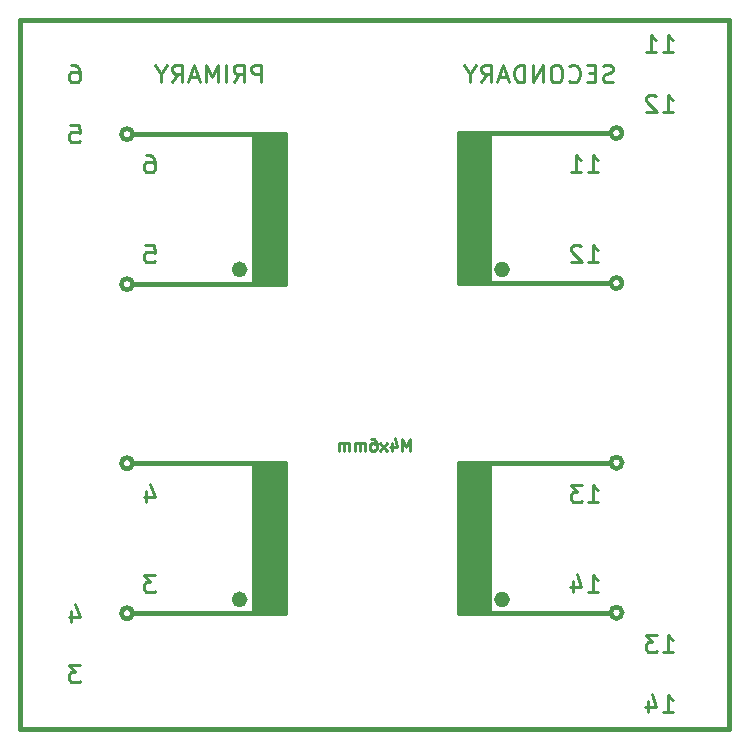
<source format=gbo>
G04 #@! TF.FileFunction,Legend,Bot*
%FSLAX46Y46*%
G04 Gerber Fmt 4.6, Leading zero omitted, Abs format (unit mm)*
G04 Created by KiCad (PCBNEW 4.0.1-stable) date Saturday, March 12, 2016 'PMt' 11:13:13 PM*
%MOMM*%
G01*
G04 APERTURE LIST*
%ADD10C,0.100000*%
%ADD11C,0.400000*%
%ADD12C,0.250000*%
%ADD13C,1.570000*%
%ADD14C,0.300000*%
G04 APERTURE END LIST*
D10*
D11*
X29525416Y7644672D02*
G75*
G03X29525416Y7644672I-480416J0D01*
G01*
X29680000Y7644672D02*
X42380000Y7644672D01*
D12*
X39713000Y7644672D02*
X39713000Y20344672D01*
D13*
X40475000Y8279672D02*
X40475000Y19709672D01*
X41745000Y8279672D02*
X41745000Y19709672D01*
D11*
X42380000Y7644672D02*
X42380000Y20344672D01*
X42380000Y20344672D02*
X29680000Y20344672D01*
X29525416Y20344672D02*
G75*
G03X29525416Y20344672I-480416J0D01*
G01*
X38570000Y-19304000D02*
X38570000Y-18796000D01*
D14*
X38824000Y-19050000D02*
G75*
G03X38824000Y-19050000I-254000J0D01*
G01*
X39078000Y-19050000D02*
G75*
G03X39078000Y-19050000I-508000J0D01*
G01*
D11*
X29525416Y-20220858D02*
G75*
G03X29525416Y-20220858I-480416J0D01*
G01*
X29680000Y-20220858D02*
X42380000Y-20220858D01*
D12*
X39713000Y-20220858D02*
X39713000Y-7520858D01*
D13*
X40475000Y-19585858D02*
X40475000Y-8155858D01*
X41745000Y-19585858D02*
X41745000Y-8155858D01*
D11*
X42380000Y-20220858D02*
X42380000Y-7520858D01*
X42380000Y-7520858D02*
X29680000Y-7520858D01*
X29525416Y-7520858D02*
G75*
G03X29525416Y-7520858I-480416J0D01*
G01*
D14*
X39078000Y8890000D02*
G75*
G03X39078000Y8890000I-508000J0D01*
G01*
X38824000Y8890000D02*
G75*
G03X38824000Y8890000I-254000J0D01*
G01*
D11*
X38570000Y8636000D02*
X38570000Y9144000D01*
X70963836Y-20175244D02*
G75*
G03X70963836Y-20175244I-480416J0D01*
G01*
D13*
X59053420Y-8110244D02*
X59053420Y-19540244D01*
D12*
X59815420Y-7475244D02*
X59815420Y-20175244D01*
D11*
X57148420Y-20175244D02*
X69848420Y-20175244D01*
D13*
X57783420Y-8110244D02*
X57783420Y-19540244D01*
D11*
X57148420Y-7475244D02*
X57148420Y-20175244D01*
X69848420Y-7475244D02*
X57148420Y-7475244D01*
X70963836Y-7475244D02*
G75*
G03X70963836Y-7475244I-480416J0D01*
G01*
D14*
X61303000Y8890000D02*
G75*
G03X61303000Y8890000I-508000J0D01*
G01*
X61049000Y8890000D02*
G75*
G03X61049000Y8890000I-254000J0D01*
G01*
D11*
X60795000Y8636000D02*
X60795000Y9144000D01*
X70963836Y7740550D02*
G75*
G03X70963836Y7740550I-480416J0D01*
G01*
X57148420Y7740550D02*
X69848420Y7740550D01*
D12*
X59815420Y20440550D02*
X59815420Y7740550D01*
D13*
X59053420Y19805550D02*
X59053420Y8375550D01*
X57783420Y19805550D02*
X57783420Y8375550D01*
D11*
X57148420Y20440550D02*
X57148420Y7740550D01*
X69848420Y20440550D02*
X57148420Y20440550D01*
X70963836Y20440550D02*
G75*
G03X70963836Y20440550I-480416J0D01*
G01*
D14*
X61303000Y-19050000D02*
G75*
G03X61303000Y-19050000I-508000J0D01*
G01*
X61049000Y-19050000D02*
G75*
G03X61049000Y-19050000I-254000J0D01*
G01*
D11*
X60795000Y-19304000D02*
X60795000Y-18796000D01*
X20000000Y-30000000D02*
X20000000Y30000000D01*
X20000000Y30000000D02*
X80000000Y30000000D01*
X80000000Y-30000000D02*
X80000000Y30000000D01*
X80000000Y-30000000D02*
X20000000Y-30000000D01*
D12*
X40422857Y24721429D02*
X40422857Y26221429D01*
X39851429Y26221429D01*
X39708571Y26150000D01*
X39637143Y26078571D01*
X39565714Y25935714D01*
X39565714Y25721429D01*
X39637143Y25578571D01*
X39708571Y25507143D01*
X39851429Y25435714D01*
X40422857Y25435714D01*
X38065714Y24721429D02*
X38565714Y25435714D01*
X38922857Y24721429D02*
X38922857Y26221429D01*
X38351429Y26221429D01*
X38208571Y26150000D01*
X38137143Y26078571D01*
X38065714Y25935714D01*
X38065714Y25721429D01*
X38137143Y25578571D01*
X38208571Y25507143D01*
X38351429Y25435714D01*
X38922857Y25435714D01*
X37422857Y24721429D02*
X37422857Y26221429D01*
X36708571Y24721429D02*
X36708571Y26221429D01*
X36208571Y25150000D01*
X35708571Y26221429D01*
X35708571Y24721429D01*
X35065714Y25150000D02*
X34351428Y25150000D01*
X35208571Y24721429D02*
X34708571Y26221429D01*
X34208571Y24721429D01*
X32851428Y24721429D02*
X33351428Y25435714D01*
X33708571Y24721429D02*
X33708571Y26221429D01*
X33137143Y26221429D01*
X32994285Y26150000D01*
X32922857Y26078571D01*
X32851428Y25935714D01*
X32851428Y25721429D01*
X32922857Y25578571D01*
X32994285Y25507143D01*
X33137143Y25435714D01*
X33708571Y25435714D01*
X31922857Y25435714D02*
X31922857Y24721429D01*
X32422857Y26221429D02*
X31922857Y25435714D01*
X31422857Y26221429D01*
X24314285Y26221429D02*
X24599999Y26221429D01*
X24742856Y26150000D01*
X24814285Y26078571D01*
X24957142Y25864286D01*
X25028571Y25578571D01*
X25028571Y25007143D01*
X24957142Y24864286D01*
X24885714Y24792857D01*
X24742856Y24721429D01*
X24457142Y24721429D01*
X24314285Y24792857D01*
X24242856Y24864286D01*
X24171428Y25007143D01*
X24171428Y25364286D01*
X24242856Y25507143D01*
X24314285Y25578571D01*
X24457142Y25650000D01*
X24742856Y25650000D01*
X24885714Y25578571D01*
X24957142Y25507143D01*
X25028571Y25364286D01*
X53023809Y-6452381D02*
X53023809Y-5452381D01*
X52690475Y-6166667D01*
X52357142Y-5452381D01*
X52357142Y-6452381D01*
X51452380Y-5785714D02*
X51452380Y-6452381D01*
X51690476Y-5404762D02*
X51928571Y-6119048D01*
X51309523Y-6119048D01*
X51023809Y-6452381D02*
X50499999Y-5785714D01*
X51023809Y-5785714D02*
X50499999Y-6452381D01*
X49690475Y-5452381D02*
X49880952Y-5452381D01*
X49976190Y-5500000D01*
X50023809Y-5547619D01*
X50119047Y-5690476D01*
X50166666Y-5880952D01*
X50166666Y-6261905D01*
X50119047Y-6357143D01*
X50071428Y-6404762D01*
X49976190Y-6452381D01*
X49785713Y-6452381D01*
X49690475Y-6404762D01*
X49642856Y-6357143D01*
X49595237Y-6261905D01*
X49595237Y-6023810D01*
X49642856Y-5928571D01*
X49690475Y-5880952D01*
X49785713Y-5833333D01*
X49976190Y-5833333D01*
X50071428Y-5880952D01*
X50119047Y-5928571D01*
X50166666Y-6023810D01*
X49166666Y-6452381D02*
X49166666Y-5785714D01*
X49166666Y-5880952D02*
X49119047Y-5833333D01*
X49023809Y-5785714D01*
X48880951Y-5785714D01*
X48785713Y-5833333D01*
X48738094Y-5928571D01*
X48738094Y-6452381D01*
X48738094Y-5928571D02*
X48690475Y-5833333D01*
X48595237Y-5785714D01*
X48452380Y-5785714D01*
X48357142Y-5833333D01*
X48309523Y-5928571D01*
X48309523Y-6452381D01*
X47833333Y-6452381D02*
X47833333Y-5785714D01*
X47833333Y-5880952D02*
X47785714Y-5833333D01*
X47690476Y-5785714D01*
X47547618Y-5785714D01*
X47452380Y-5833333D01*
X47404761Y-5928571D01*
X47404761Y-6452381D01*
X47404761Y-5928571D02*
X47357142Y-5833333D01*
X47261904Y-5785714D01*
X47119047Y-5785714D01*
X47023809Y-5833333D01*
X46976190Y-5928571D01*
X46976190Y-6452381D01*
X30664285Y18601429D02*
X30949999Y18601429D01*
X31092856Y18530000D01*
X31164285Y18458571D01*
X31307142Y18244286D01*
X31378571Y17958571D01*
X31378571Y17387143D01*
X31307142Y17244286D01*
X31235714Y17172857D01*
X31092856Y17101429D01*
X30807142Y17101429D01*
X30664285Y17172857D01*
X30592856Y17244286D01*
X30521428Y17387143D01*
X30521428Y17744286D01*
X30592856Y17887143D01*
X30664285Y17958571D01*
X30807142Y18030000D01*
X31092856Y18030000D01*
X31235714Y17958571D01*
X31307142Y17887143D01*
X31378571Y17744286D01*
X30592856Y10981429D02*
X31307142Y10981429D01*
X31378571Y10267143D01*
X31307142Y10338571D01*
X31164285Y10410000D01*
X30807142Y10410000D01*
X30664285Y10338571D01*
X30592856Y10267143D01*
X30521428Y10124286D01*
X30521428Y9767143D01*
X30592856Y9624286D01*
X30664285Y9552857D01*
X30807142Y9481429D01*
X31164285Y9481429D01*
X31307142Y9552857D01*
X31378571Y9624286D01*
X68065714Y9481429D02*
X68922857Y9481429D01*
X68494285Y9481429D02*
X68494285Y10981429D01*
X68637142Y10767143D01*
X68780000Y10624286D01*
X68922857Y10552857D01*
X67494286Y10838571D02*
X67422857Y10910000D01*
X67280000Y10981429D01*
X66922857Y10981429D01*
X66780000Y10910000D01*
X66708571Y10838571D01*
X66637143Y10695714D01*
X66637143Y10552857D01*
X66708571Y10338571D01*
X67565714Y9481429D01*
X66637143Y9481429D01*
X24242856Y21141429D02*
X24957142Y21141429D01*
X25028571Y20427143D01*
X24957142Y20498571D01*
X24814285Y20570000D01*
X24457142Y20570000D01*
X24314285Y20498571D01*
X24242856Y20427143D01*
X24171428Y20284286D01*
X24171428Y19927143D01*
X24242856Y19784286D01*
X24314285Y19712857D01*
X24457142Y19641429D01*
X24814285Y19641429D01*
X24957142Y19712857D01*
X25028571Y19784286D01*
X30664285Y-9838571D02*
X30664285Y-10838571D01*
X31021428Y-9267143D02*
X31378571Y-10338571D01*
X30449999Y-10338571D01*
X31449999Y-16958571D02*
X30521428Y-16958571D01*
X31021428Y-17530000D01*
X30807142Y-17530000D01*
X30664285Y-17601429D01*
X30592856Y-17672857D01*
X30521428Y-17815714D01*
X30521428Y-18172857D01*
X30592856Y-18315714D01*
X30664285Y-18387143D01*
X30807142Y-18458571D01*
X31235714Y-18458571D01*
X31378571Y-18387143D01*
X31449999Y-18315714D01*
X24314285Y-19998571D02*
X24314285Y-20998571D01*
X24671428Y-19427143D02*
X25028571Y-20498571D01*
X24099999Y-20498571D01*
X25099999Y-24578571D02*
X24171428Y-24578571D01*
X24671428Y-25150000D01*
X24457142Y-25150000D01*
X24314285Y-25221429D01*
X24242856Y-25292857D01*
X24171428Y-25435714D01*
X24171428Y-25792857D01*
X24242856Y-25935714D01*
X24314285Y-26007143D01*
X24457142Y-26078571D01*
X24885714Y-26078571D01*
X25028571Y-26007143D01*
X25099999Y-25935714D01*
X70184286Y24792857D02*
X69970000Y24721429D01*
X69612857Y24721429D01*
X69470000Y24792857D01*
X69398571Y24864286D01*
X69327143Y25007143D01*
X69327143Y25150000D01*
X69398571Y25292857D01*
X69470000Y25364286D01*
X69612857Y25435714D01*
X69898571Y25507143D01*
X70041429Y25578571D01*
X70112857Y25650000D01*
X70184286Y25792857D01*
X70184286Y25935714D01*
X70112857Y26078571D01*
X70041429Y26150000D01*
X69898571Y26221429D01*
X69541429Y26221429D01*
X69327143Y26150000D01*
X68684286Y25507143D02*
X68184286Y25507143D01*
X67970000Y24721429D02*
X68684286Y24721429D01*
X68684286Y26221429D01*
X67970000Y26221429D01*
X66470000Y24864286D02*
X66541429Y24792857D01*
X66755715Y24721429D01*
X66898572Y24721429D01*
X67112857Y24792857D01*
X67255715Y24935714D01*
X67327143Y25078571D01*
X67398572Y25364286D01*
X67398572Y25578571D01*
X67327143Y25864286D01*
X67255715Y26007143D01*
X67112857Y26150000D01*
X66898572Y26221429D01*
X66755715Y26221429D01*
X66541429Y26150000D01*
X66470000Y26078571D01*
X65541429Y26221429D02*
X65255715Y26221429D01*
X65112857Y26150000D01*
X64970000Y26007143D01*
X64898572Y25721429D01*
X64898572Y25221429D01*
X64970000Y24935714D01*
X65112857Y24792857D01*
X65255715Y24721429D01*
X65541429Y24721429D01*
X65684286Y24792857D01*
X65827143Y24935714D01*
X65898572Y25221429D01*
X65898572Y25721429D01*
X65827143Y26007143D01*
X65684286Y26150000D01*
X65541429Y26221429D01*
X64255714Y24721429D02*
X64255714Y26221429D01*
X63398571Y24721429D01*
X63398571Y26221429D01*
X62684285Y24721429D02*
X62684285Y26221429D01*
X62327142Y26221429D01*
X62112857Y26150000D01*
X61969999Y26007143D01*
X61898571Y25864286D01*
X61827142Y25578571D01*
X61827142Y25364286D01*
X61898571Y25078571D01*
X61969999Y24935714D01*
X62112857Y24792857D01*
X62327142Y24721429D01*
X62684285Y24721429D01*
X61255714Y25150000D02*
X60541428Y25150000D01*
X61398571Y24721429D02*
X60898571Y26221429D01*
X60398571Y24721429D01*
X59041428Y24721429D02*
X59541428Y25435714D01*
X59898571Y24721429D02*
X59898571Y26221429D01*
X59327143Y26221429D01*
X59184285Y26150000D01*
X59112857Y26078571D01*
X59041428Y25935714D01*
X59041428Y25721429D01*
X59112857Y25578571D01*
X59184285Y25507143D01*
X59327143Y25435714D01*
X59898571Y25435714D01*
X58112857Y25435714D02*
X58112857Y24721429D01*
X58612857Y26221429D02*
X58112857Y25435714D01*
X57612857Y26221429D01*
X74415714Y27261429D02*
X75272857Y27261429D01*
X74844285Y27261429D02*
X74844285Y28761429D01*
X74987142Y28547143D01*
X75130000Y28404286D01*
X75272857Y28332857D01*
X72987143Y27261429D02*
X73844286Y27261429D01*
X73415714Y27261429D02*
X73415714Y28761429D01*
X73558571Y28547143D01*
X73701429Y28404286D01*
X73844286Y28332857D01*
X74415714Y22181429D02*
X75272857Y22181429D01*
X74844285Y22181429D02*
X74844285Y23681429D01*
X74987142Y23467143D01*
X75130000Y23324286D01*
X75272857Y23252857D01*
X73844286Y23538571D02*
X73772857Y23610000D01*
X73630000Y23681429D01*
X73272857Y23681429D01*
X73130000Y23610000D01*
X73058571Y23538571D01*
X72987143Y23395714D01*
X72987143Y23252857D01*
X73058571Y23038571D01*
X73915714Y22181429D01*
X72987143Y22181429D01*
X74415714Y-23538571D02*
X75272857Y-23538571D01*
X74844285Y-23538571D02*
X74844285Y-22038571D01*
X74987142Y-22252857D01*
X75130000Y-22395714D01*
X75272857Y-22467143D01*
X73915714Y-22038571D02*
X72987143Y-22038571D01*
X73487143Y-22610000D01*
X73272857Y-22610000D01*
X73130000Y-22681429D01*
X73058571Y-22752857D01*
X72987143Y-22895714D01*
X72987143Y-23252857D01*
X73058571Y-23395714D01*
X73130000Y-23467143D01*
X73272857Y-23538571D01*
X73701429Y-23538571D01*
X73844286Y-23467143D01*
X73915714Y-23395714D01*
X74415714Y-28618571D02*
X75272857Y-28618571D01*
X74844285Y-28618571D02*
X74844285Y-27118571D01*
X74987142Y-27332857D01*
X75130000Y-27475714D01*
X75272857Y-27547143D01*
X73130000Y-27618571D02*
X73130000Y-28618571D01*
X73487143Y-27047143D02*
X73844286Y-28118571D01*
X72915714Y-28118571D01*
X68065714Y-10838571D02*
X68922857Y-10838571D01*
X68494285Y-10838571D02*
X68494285Y-9338571D01*
X68637142Y-9552857D01*
X68780000Y-9695714D01*
X68922857Y-9767143D01*
X67565714Y-9338571D02*
X66637143Y-9338571D01*
X67137143Y-9910000D01*
X66922857Y-9910000D01*
X66780000Y-9981429D01*
X66708571Y-10052857D01*
X66637143Y-10195714D01*
X66637143Y-10552857D01*
X66708571Y-10695714D01*
X66780000Y-10767143D01*
X66922857Y-10838571D01*
X67351429Y-10838571D01*
X67494286Y-10767143D01*
X67565714Y-10695714D01*
X68065714Y-18458571D02*
X68922857Y-18458571D01*
X68494285Y-18458571D02*
X68494285Y-16958571D01*
X68637142Y-17172857D01*
X68780000Y-17315714D01*
X68922857Y-17387143D01*
X66780000Y-17458571D02*
X66780000Y-18458571D01*
X67137143Y-16887143D02*
X67494286Y-17958571D01*
X66565714Y-17958571D01*
X68065714Y17101429D02*
X68922857Y17101429D01*
X68494285Y17101429D02*
X68494285Y18601429D01*
X68637142Y18387143D01*
X68780000Y18244286D01*
X68922857Y18172857D01*
X66637143Y17101429D02*
X67494286Y17101429D01*
X67065714Y17101429D02*
X67065714Y18601429D01*
X67208571Y18387143D01*
X67351429Y18244286D01*
X67494286Y18172857D01*
M02*

</source>
